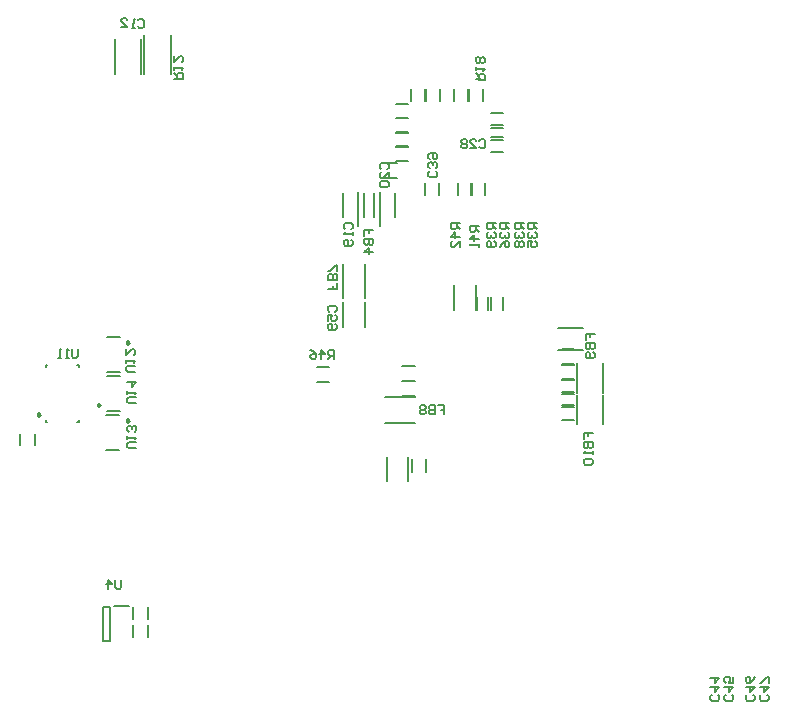
<source format=gbo>
G04*
G04 #@! TF.GenerationSoftware,Altium Limited,Altium Designer,21.6.4 (81)*
G04*
G04 Layer_Color=32896*
%FSLAX44Y44*%
%MOMM*%
G71*
G04*
G04 #@! TF.SameCoordinates,3EDC82D6-234A-4603-B505-91B76C251D76*
G04*
G04*
G04 #@! TF.FilePolarity,Positive*
G04*
G01*
G75*
%ADD10C,0.2500*%
%ADD14C,0.2000*%
%ADD20C,0.2032*%
G54D10*
X99575Y291000D02*
X97700Y292083D01*
Y289918D01*
X99575Y291000D01*
X99750Y357000D02*
X97875Y358083D01*
Y355917D01*
X99750Y357000D01*
X24250Y296000D02*
X22375Y297083D01*
Y294918D01*
X24250Y296000D01*
X74925Y304000D02*
X73050Y305082D01*
Y302917D01*
X74925Y304000D01*
G54D14*
X280709Y394709D02*
Y423291D01*
X299291Y394709D02*
Y423291D01*
X405750Y541250D02*
X416250D01*
X405750Y528750D02*
X416250D01*
X336000Y239469D02*
Y260531D01*
X318000Y239469D02*
Y260531D01*
X103250Y122750D02*
Y133250D01*
X115750Y122750D02*
Y133250D01*
Y107750D02*
Y118250D01*
X103250Y107750D02*
Y118250D01*
X77750Y133480D02*
X83250D01*
X77750Y104520D02*
Y133480D01*
Y104520D02*
X83250D01*
Y133480D01*
X86750Y134020D02*
X99250D01*
X80325Y266250D02*
X91325D01*
X80325Y295750D02*
X91325D01*
X80500Y332250D02*
X91500D01*
X80500Y361750D02*
X91500D01*
X29000Y290000D02*
X30250D01*
X55750D02*
X57000D01*
Y336750D02*
Y338000D01*
Y290000D02*
Y291250D01*
X29000Y338000D02*
X30250D01*
X55750D02*
X57000D01*
X29000Y336750D02*
Y338000D01*
Y290000D02*
Y291250D01*
X299000Y370469D02*
Y391531D01*
X281000Y370469D02*
Y391531D01*
X280500Y462969D02*
Y484031D01*
X298500Y462969D02*
Y484031D01*
X324500Y462969D02*
Y484031D01*
X306500Y462969D02*
Y484031D01*
X293209Y455970D02*
Y484552D01*
X311791Y455970D02*
Y484552D01*
X501000Y287710D02*
Y312772D01*
X479000Y287710D02*
Y312772D01*
X19850Y270000D02*
Y280000D01*
X7150Y270000D02*
Y280000D01*
X258750Y323400D02*
X268750D01*
X258750Y336100D02*
X268750D01*
X134811Y584469D02*
Y617531D01*
X112189Y584469D02*
Y617531D01*
X87219Y584669D02*
Y613831D01*
X109781Y584669D02*
Y613831D01*
X390250Y481750D02*
Y492250D01*
X377750Y481750D02*
Y492250D01*
X405750Y531250D02*
X416250D01*
X405750Y518750D02*
X416250D01*
X386500Y561500D02*
Y572000D01*
X399000Y561500D02*
Y572000D01*
X325250Y510750D02*
X335750D01*
X325250Y523250D02*
X335750D01*
X350250Y561500D02*
Y572000D01*
X362750Y561500D02*
Y572000D01*
X325250Y522500D02*
X335750D01*
X325250Y535000D02*
X335750D01*
X325250Y546750D02*
X335750D01*
X325250Y559250D02*
X335750D01*
X362500Y561500D02*
Y572000D01*
X375000Y561500D02*
Y572000D01*
X374500Y561500D02*
Y572000D01*
X387000Y561500D02*
Y572000D01*
X465750Y291750D02*
X476250D01*
X465750Y304250D02*
X476250D01*
X479000Y314469D02*
Y339531D01*
X501000Y314469D02*
Y339531D01*
X80675Y299250D02*
X91675D01*
X80675Y328750D02*
X91675D01*
X349750Y481750D02*
Y492250D01*
X362250Y481750D02*
Y492250D01*
X388750Y481750D02*
Y492250D01*
X401250Y481750D02*
Y492250D01*
X315750Y509250D02*
X326250Y509250D01*
X315750Y496750D02*
X326250Y496750D01*
X325250Y547250D02*
X335750Y547250D01*
X325250Y534750D02*
X335750Y534750D01*
X405750Y538750D02*
X416250D01*
X405750Y551250D02*
X416250D01*
X350750Y561500D02*
Y572000D01*
X338250Y561500D02*
Y572000D01*
X338750Y247750D02*
Y258250D01*
X351250Y247750D02*
Y258250D01*
X465750Y325750D02*
X476250D01*
X465750Y338250D02*
X476250D01*
X416250Y384750D02*
Y395250D01*
X403750Y384750D02*
Y395250D01*
X330750Y337250D02*
X341250D01*
X330750Y324750D02*
X341250D01*
X330750Y311750D02*
X341250D01*
X330750Y324250D02*
X341250D01*
X316469Y289000D02*
X341531D01*
X316469Y311000D02*
X341531D01*
X393000Y384469D02*
Y405531D01*
X375000Y384469D02*
Y405531D01*
X406250Y384750D02*
Y395250D01*
X393750Y384750D02*
Y395250D01*
X465750Y313750D02*
X476250D01*
X465750Y326250D02*
X476250D01*
X465750Y302750D02*
X476250D01*
X465750Y315250D02*
X476250D01*
X462469Y351000D02*
X483531D01*
X462469Y369000D02*
X483531D01*
X465750Y338750D02*
X476250D01*
X465750Y351250D02*
X476250D01*
G54D20*
X275809Y407718D02*
Y402640D01*
X272000D01*
Y405179D01*
Y402640D01*
X268191D01*
X275809Y410257D02*
X268191D01*
Y414066D01*
X269461Y415335D01*
X270730D01*
X272000Y414066D01*
Y410257D01*
Y414066D01*
X273270Y415335D01*
X274539D01*
X275809Y414066D01*
Y410257D01*
Y417875D02*
Y422953D01*
X274539D01*
X269461Y417875D01*
X268191D01*
X392890Y579776D02*
X400508Y579735D01*
X400528Y583544D01*
X399265Y584820D01*
X396726Y584834D01*
X395450Y583571D01*
X395429Y579762D01*
X395443Y582301D02*
X392917Y584854D01*
X392931Y587393D02*
X392945Y589933D01*
X392938Y588663D01*
X400555Y588622D01*
X399279Y587359D01*
X399313Y593707D02*
X400589Y594970D01*
X400603Y597509D01*
X399340Y598785D01*
X398071Y598792D01*
X396795Y597529D01*
X395532Y598806D01*
X394262Y598813D01*
X392986Y597550D01*
X392972Y595011D01*
X394235Y593734D01*
X395504Y593728D01*
X396781Y594990D01*
X398044Y593714D01*
X399313Y593707D01*
X396781Y594990D02*
X396795Y597529D01*
X312961Y503578D02*
X311691Y504848D01*
Y507387D01*
X312961Y508657D01*
X318039D01*
X319309Y507387D01*
Y504848D01*
X318039Y503578D01*
X319309Y495961D02*
Y501039D01*
X314230Y495961D01*
X312961D01*
X311691Y497230D01*
Y499770D01*
X312961Y501039D01*
Y493422D02*
X311691Y492152D01*
Y489613D01*
X312961Y488343D01*
X318039D01*
X319309Y489613D01*
Y492152D01*
X318039Y493422D01*
X312961D01*
X282461Y452943D02*
X281191Y454213D01*
Y456752D01*
X282461Y458022D01*
X287539D01*
X288809Y456752D01*
Y454213D01*
X287539Y452943D01*
X288809Y450404D02*
Y447865D01*
Y449135D01*
X281191D01*
X282461Y450404D01*
X287539Y444056D02*
X288809Y442787D01*
Y440248D01*
X287539Y438978D01*
X282461D01*
X281191Y440248D01*
Y442787D01*
X282461Y444056D01*
X283730D01*
X285000Y442787D01*
Y438978D01*
X93075Y156207D02*
Y149859D01*
X91805Y148590D01*
X89266D01*
X87997Y149859D01*
Y156207D01*
X81649Y148590D02*
Y156207D01*
X85457Y152399D01*
X80379D01*
X273229Y343191D02*
Y350809D01*
X269420D01*
X268150Y349539D01*
Y347000D01*
X269420Y345730D01*
X273229D01*
X270690D02*
X268150Y343191D01*
X261802D02*
Y350809D01*
X265611Y347000D01*
X260533D01*
X252915Y350809D02*
X255454Y349539D01*
X257994Y347000D01*
Y344461D01*
X256724Y343191D01*
X254185D01*
X252915Y344461D01*
Y345730D01*
X254185Y347000D01*
X257994D01*
X379523Y458007D02*
X371905D01*
Y454198D01*
X373175Y452928D01*
X375714D01*
X376983Y454198D01*
Y458007D01*
Y455467D02*
X379523Y452928D01*
Y446580D02*
X371905D01*
X375714Y450389D01*
Y445311D01*
X379523Y437693D02*
Y442771D01*
X374444Y437693D01*
X373175D01*
X371905Y438963D01*
Y441502D01*
X373175Y442771D01*
X395763Y456071D02*
X388146D01*
Y452262D01*
X389415Y450993D01*
X391954D01*
X393224Y452262D01*
Y456071D01*
Y453532D02*
X395763Y450993D01*
Y444645D02*
X388146D01*
X391954Y448453D01*
Y443375D01*
X395763Y440836D02*
Y438297D01*
Y439566D01*
X388146D01*
X389415Y440836D01*
X410172Y458157D02*
X402554D01*
Y454348D01*
X403824Y453078D01*
X406363D01*
X407633Y454348D01*
Y458157D01*
Y455617D02*
X410172Y453078D01*
X403824Y450539D02*
X402554Y449269D01*
Y446730D01*
X403824Y445461D01*
X405094D01*
X406363Y446730D01*
Y448000D01*
Y446730D01*
X407633Y445461D01*
X408902D01*
X410172Y446730D01*
Y449269D01*
X408902Y450539D01*
Y442922D02*
X410172Y441652D01*
Y439113D01*
X408902Y437843D01*
X403824D01*
X402554Y439113D01*
Y441652D01*
X403824Y442922D01*
X405094D01*
X406363Y441652D01*
Y437843D01*
X433717Y458157D02*
X426100D01*
Y454348D01*
X427369Y453078D01*
X429908D01*
X431178Y454348D01*
Y458157D01*
Y455617D02*
X433717Y453078D01*
X427369Y450539D02*
X426100Y449269D01*
Y446730D01*
X427369Y445461D01*
X428639D01*
X429908Y446730D01*
Y448000D01*
Y446730D01*
X431178Y445461D01*
X432448D01*
X433717Y446730D01*
Y449269D01*
X432448Y450539D01*
X427369Y442922D02*
X426100Y441652D01*
Y439113D01*
X427369Y437843D01*
X428639D01*
X429908Y439113D01*
X431178Y437843D01*
X432448D01*
X433717Y439113D01*
Y441652D01*
X432448Y442922D01*
X431178D01*
X429908Y441652D01*
X428639Y442922D01*
X427369D01*
X429908Y441652D02*
Y439113D01*
X421263Y458157D02*
X413645D01*
Y454348D01*
X414915Y453078D01*
X417454D01*
X418723Y454348D01*
Y458157D01*
Y455617D02*
X421263Y453078D01*
X414915Y450539D02*
X413645Y449269D01*
Y446730D01*
X414915Y445461D01*
X416184D01*
X417454Y446730D01*
Y448000D01*
Y446730D01*
X418723Y445461D01*
X419993D01*
X421263Y446730D01*
Y449269D01*
X419993Y450539D01*
X413645Y437843D02*
X414915Y440382D01*
X417454Y442922D01*
X419993D01*
X421263Y441652D01*
Y439113D01*
X419993Y437843D01*
X418723D01*
X417454Y439113D01*
Y442922D01*
X444808Y458157D02*
X437191D01*
Y454348D01*
X438460Y453078D01*
X440999D01*
X442269Y454348D01*
Y458157D01*
Y455617D02*
X444808Y453078D01*
X438460Y450539D02*
X437191Y449269D01*
Y446730D01*
X438460Y445461D01*
X439730D01*
X440999Y446730D01*
Y448000D01*
Y446730D01*
X442269Y445461D01*
X443539D01*
X444808Y446730D01*
Y449269D01*
X443539Y450539D01*
X437191Y437843D02*
Y442922D01*
X440999D01*
X439730Y440382D01*
Y439113D01*
X440999Y437843D01*
X443539D01*
X444808Y439113D01*
Y441652D01*
X443539Y442922D01*
X484285Y275206D02*
Y280285D01*
X488094D01*
Y277745D01*
Y280285D01*
X491902D01*
X484285Y272667D02*
X491902D01*
Y268858D01*
X490633Y267589D01*
X489363D01*
X488094Y268858D01*
Y272667D01*
Y268858D01*
X486824Y267589D01*
X485554D01*
X484285Y268858D01*
Y272667D01*
X491902Y265050D02*
Y262510D01*
Y263780D01*
X484285D01*
X485554Y265050D01*
Y258702D02*
X484285Y257432D01*
Y254893D01*
X485554Y253623D01*
X490633D01*
X491902Y254893D01*
Y257432D01*
X490633Y258702D01*
X485554D01*
X486191Y359078D02*
Y364157D01*
X490000D01*
Y361618D01*
Y364157D01*
X493809D01*
X486191Y356539D02*
X493809D01*
Y352730D01*
X492539Y351461D01*
X491270D01*
X490000Y352730D01*
Y356539D01*
Y352730D01*
X488730Y351461D01*
X487461D01*
X486191Y352730D01*
Y356539D01*
X492539Y348922D02*
X493809Y347652D01*
Y345113D01*
X492539Y343843D01*
X487461D01*
X486191Y345113D01*
Y347652D01*
X487461Y348922D01*
X488730D01*
X490000Y347652D01*
Y343843D01*
X361078Y303809D02*
X366157D01*
Y300000D01*
X363618D01*
X366157D01*
Y296191D01*
X358539Y303809D02*
Y296191D01*
X354730D01*
X353461Y297461D01*
Y298731D01*
X354730Y300000D01*
X358539D01*
X354730D01*
X353461Y301270D01*
Y302539D01*
X354730Y303809D01*
X358539D01*
X350922Y302539D02*
X349652Y303809D01*
X347113D01*
X345843Y302539D01*
Y301270D01*
X347113Y300000D01*
X345843Y298731D01*
Y297461D01*
X347113Y296191D01*
X349652D01*
X350922Y297461D01*
Y298731D01*
X349652Y300000D01*
X350922Y301270D01*
Y302539D01*
X349652Y300000D02*
X347113D01*
X105809Y305478D02*
X99461D01*
X98191Y306748D01*
Y309287D01*
X99461Y310557D01*
X105809D01*
X98191Y313096D02*
Y315635D01*
Y314365D01*
X105809D01*
X104539Y313096D01*
X98191Y323252D02*
X105809D01*
X102000Y319444D01*
Y324522D01*
X105459Y267478D02*
X99111D01*
X97841Y268748D01*
Y271287D01*
X99111Y272556D01*
X105459D01*
X97841Y275096D02*
Y277635D01*
Y276365D01*
X105459D01*
X104189Y275096D01*
Y281444D02*
X105459Y282713D01*
Y285252D01*
X104189Y286522D01*
X102920D01*
X101650Y285252D01*
Y283983D01*
Y285252D01*
X100380Y286522D01*
X99111D01*
X97841Y285252D01*
Y282713D01*
X99111Y281444D01*
X104809Y332478D02*
X98461D01*
X97191Y333748D01*
Y336287D01*
X98461Y337556D01*
X104809D01*
X97191Y340096D02*
Y342635D01*
Y341365D01*
X104809D01*
X103539Y340096D01*
X97191Y351522D02*
Y346444D01*
X102270Y351522D01*
X103539D01*
X104809Y350252D01*
Y347713D01*
X103539Y346444D01*
X56252Y351809D02*
Y345461D01*
X54983Y344191D01*
X52444D01*
X51174Y345461D01*
Y351809D01*
X48635Y344191D02*
X46096D01*
X47365D01*
Y351809D01*
X48635Y350539D01*
X42287Y344191D02*
X39748D01*
X41017D01*
Y351809D01*
X42287Y350539D01*
X298691Y447339D02*
Y452417D01*
X302500D01*
Y449878D01*
Y452417D01*
X306309D01*
X298691Y444800D02*
X306309D01*
Y440991D01*
X305039Y439722D01*
X303770D01*
X302500Y440991D01*
Y444800D01*
Y440991D01*
X301230Y439722D01*
X299961D01*
X298691Y440991D01*
Y444800D01*
X306309Y433374D02*
X298691D01*
X302500Y437182D01*
Y432104D01*
X269211Y383078D02*
X267941Y384348D01*
Y386887D01*
X269211Y388157D01*
X274289D01*
X275559Y386887D01*
Y384348D01*
X274289Y383078D01*
X267941Y375461D02*
Y380539D01*
X271750D01*
X270480Y378000D01*
Y376730D01*
X271750Y375461D01*
X274289D01*
X275559Y376730D01*
Y379270D01*
X274289Y380539D01*
Y372922D02*
X275559Y371652D01*
Y369113D01*
X274289Y367843D01*
X269211D01*
X267941Y369113D01*
Y371652D01*
X269211Y372922D01*
X270480D01*
X271750Y371652D01*
Y367843D01*
X359289Y501922D02*
X360559Y500652D01*
Y498113D01*
X359289Y496843D01*
X354211D01*
X352941Y498113D01*
Y500652D01*
X354211Y501922D01*
X359289Y504461D02*
X360559Y505730D01*
Y508270D01*
X359289Y509539D01*
X358020D01*
X356750Y508270D01*
Y507000D01*
Y508270D01*
X355480Y509539D01*
X354211D01*
X352941Y508270D01*
Y505730D01*
X354211Y504461D01*
Y512078D02*
X352941Y513348D01*
Y515887D01*
X354211Y517157D01*
X359289D01*
X360559Y515887D01*
Y513348D01*
X359289Y512078D01*
X358020D01*
X356750Y513348D01*
Y517157D01*
X396078Y528039D02*
X397348Y529309D01*
X399887D01*
X401157Y528039D01*
Y522961D01*
X399887Y521691D01*
X397348D01*
X396078Y522961D01*
X388461Y521691D02*
X393539D01*
X388461Y526770D01*
Y528039D01*
X389730Y529309D01*
X392270D01*
X393539Y528039D01*
X385922D02*
X384652Y529309D01*
X382113D01*
X380843Y528039D01*
Y526770D01*
X382113Y525500D01*
X380843Y524230D01*
Y522961D01*
X382113Y521691D01*
X384652D01*
X385922Y522961D01*
Y524230D01*
X384652Y525500D01*
X385922Y526770D01*
Y528039D01*
X384652Y525500D02*
X382113D01*
X137691Y580478D02*
X145309D01*
Y584287D01*
X144039Y585556D01*
X141500D01*
X140230Y584287D01*
Y580478D01*
Y583017D02*
X137691Y585556D01*
Y588096D02*
Y590635D01*
Y589365D01*
X145309D01*
X144039Y588096D01*
X137691Y599522D02*
Y594444D01*
X142770Y599522D01*
X144039D01*
X145309Y598252D01*
Y595713D01*
X144039Y594444D01*
X107038Y629867D02*
X108355Y631087D01*
X110892Y630990D01*
X112112Y629673D01*
X111918Y624598D01*
X110600Y623378D01*
X108063Y623475D01*
X106843Y624792D01*
X104257Y623621D02*
X101720Y623718D01*
X102988Y623670D01*
X103280Y631282D01*
X104500Y629964D01*
X92839Y624059D02*
X97914Y623864D01*
X93034Y629133D01*
X93082Y630402D01*
X94400Y631622D01*
X96937Y631525D01*
X98157Y630208D01*
X639809Y58922D02*
X641079Y57652D01*
Y55113D01*
X639809Y53843D01*
X634731D01*
X633461Y55113D01*
Y57652D01*
X634731Y58922D01*
X633461Y65270D02*
X641079D01*
X637270Y61461D01*
Y66539D01*
X641079Y69078D02*
Y74157D01*
X639809D01*
X634731Y69078D01*
X633461D01*
X627809Y58922D02*
X629079Y57652D01*
Y55113D01*
X627809Y53843D01*
X622731D01*
X621461Y55113D01*
Y57652D01*
X622731Y58922D01*
X621461Y65270D02*
X629079D01*
X625270Y61461D01*
Y66539D01*
X629079Y74157D02*
X627809Y71618D01*
X625270Y69078D01*
X622731D01*
X621461Y70348D01*
Y72887D01*
X622731Y74157D01*
X624000D01*
X625270Y72887D01*
Y69078D01*
X609809Y58922D02*
X611079Y57652D01*
Y55113D01*
X609809Y53843D01*
X604731D01*
X603461Y55113D01*
Y57652D01*
X604731Y58922D01*
X603461Y65270D02*
X611079D01*
X607270Y61461D01*
Y66539D01*
X611079Y74157D02*
Y69078D01*
X607270D01*
X608540Y71618D01*
Y72887D01*
X607270Y74157D01*
X604731D01*
X603461Y72887D01*
Y70348D01*
X604731Y69078D01*
X597809Y58922D02*
X599079Y57652D01*
Y55113D01*
X597809Y53843D01*
X592731D01*
X591461Y55113D01*
Y57652D01*
X592731Y58922D01*
X591461Y65270D02*
X599079D01*
X595270Y61461D01*
Y66539D01*
X591461Y72887D02*
X599079D01*
X595270Y69078D01*
Y74157D01*
M02*

</source>
